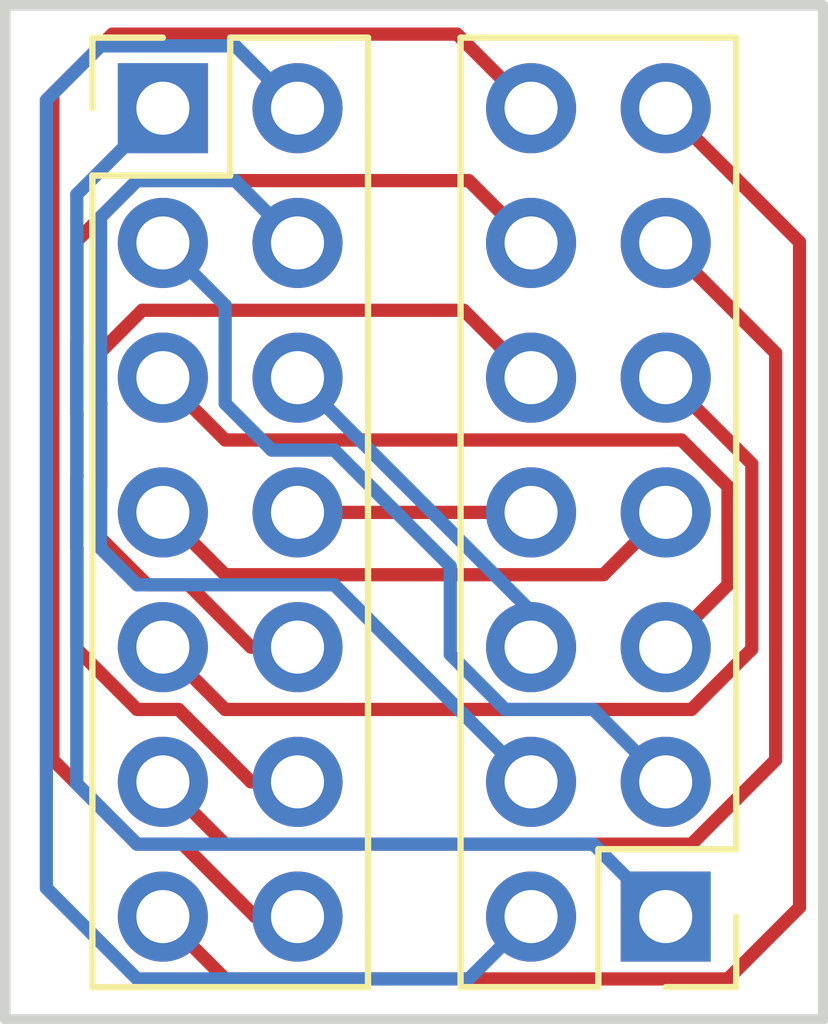
<source format=kicad_pcb>
(kicad_pcb (version 20221018) (generator pcbnew)
  (layers (0 "F.Cu" signal) (31 "B.Cu" signal) (34 "B.Paste" user) (35 "F.Paste" user) (36 "B.SilkS" user "B.Silkscreen") (37 "F.SilkS" user "F.Silkscreen") (38 "B.Mask" user) (39 "F.Mask" user) (44 "Edge.Cuts" user))
  (net 0 "")
  (net 1 "/N1")
  (net 2 "/N2")
  (net 3 "/N3")
  (net 4 "/N4")
  (net 5 "/N5")
  (net 6 "/N6")
  (net 7 "/N7")
  (net 8 "/N8")
  (net 9 "/N9")
  (net 10 "/N10")
  (net 11 "/N11")
  (net 12 "/N12")
  (net 13 "/N13")
  (net 14 "/N14")
  (footprint "Connector_PinHeader_2.54mm:PinHeader_2x07_P2.54mm_Vertical" (layer "F.Cu") (at 143.041 91.44)
    (fp_text reference "J1" hide)
    (fp_text value "Conn_02x07_Odd_Even" hide)
    (fp_line (start -1.33 -1.33) (end 0 -1.33) (stroke (width 0.12)) (layer "F.SilkS"))
    (fp_line (start -1.33 0) (end -1.33 -1.33) (stroke (width 0.12)) (layer "F.SilkS"))
    (fp_line (start -1.33 1.27) (end -1.33 16.57) (stroke (width 0.12)) (layer "F.SilkS"))
    (fp_line (start -1.33 1.27) (end 1.27 1.27) (stroke (width 0.12)) (layer "F.SilkS"))
    (fp_line (start -1.33 16.57) (end 3.87 16.57) (stroke (width 0.12)) (layer "F.SilkS"))
    (fp_line (start 1.27 -1.33) (end 3.87 -1.33) (stroke (width 0.12)) (layer "F.SilkS"))
    (fp_line (start 1.27 1.27) (end 1.27 -1.33) (stroke (width 0.12)) (layer "F.SilkS"))
    (fp_line (start 3.87 -1.33) (end 3.87 16.57) (stroke (width 0.12)) (layer "F.SilkS"))
    (pad "1" thru_hole rect (at 0 0) (size 1.7 1.7) (drill 1) (layers "*.Cu" "*.Mask") (net 1 "/N1"))
    (pad "2" thru_hole oval (at 2.54 0) (size 1.7 1.7) (drill 1) (layers "*.Cu" "*.Mask") (net 2 "/N2"))
    (pad "3" thru_hole oval (at 0 2.54) (size 1.7 1.7) (drill 1) (layers "*.Cu" "*.Mask") (net 3 "/N3"))
    (pad "4" thru_hole oval (at 2.54 2.54) (size 1.7 1.7) (drill 1) (layers "*.Cu" "*.Mask") (net 4 "/N4"))
    (pad "5" thru_hole oval (at 0 5.08) (size 1.7 1.7) (drill 1) (layers "*.Cu" "*.Mask") (net 5 "/N5"))
    (pad "6" thru_hole oval (at 2.54 5.08) (size 1.7 1.7) (drill 1) (layers "*.Cu" "*.Mask") (net 6 "/N6"))
    (pad "7" thru_hole oval (at 0 7.62) (size 1.7 1.7) (drill 1) (layers "*.Cu" "*.Mask") (net 7 "/N7"))
    (pad "8" thru_hole oval (at 2.54 7.62) (size 1.7 1.7) (drill 1) (layers "*.Cu" "*.Mask") (net 8 "/N8"))
    (pad "9" thru_hole oval (at 0 10.16) (size 1.7 1.7) (drill 1) (layers "*.Cu" "*.Mask") (net 9 "/N9"))
    (pad "10" thru_hole oval (at 2.54 10.16) (size 1.7 1.7) (drill 1) (layers "*.Cu" "*.Mask") (net 10 "/N10"))
    (pad "11" thru_hole oval (at 0 12.7) (size 1.7 1.7) (drill 1) (layers "*.Cu" "*.Mask") (net 11 "/N11"))
    (pad "12" thru_hole oval (at 2.54 12.7) (size 1.7 1.7) (drill 1) (layers "*.Cu" "*.Mask") (net 12 "/N12"))
    (pad "13" thru_hole oval (at 0 15.24) (size 1.7 1.7) (drill 1) (layers "*.Cu" "*.Mask") (net 13 "/N13"))
    (pad "14" thru_hole oval (at 2.54 15.24) (size 1.7 1.7) (drill 1) (layers "*.Cu" "*.Mask") (net 14 "/N14"))
  )
  (footprint "Connector_PinHeader_2.54mm:PinHeader_2x07_P2.54mm_Vertical" (layer "F.Cu") (at 152.527 106.68 180)
    (fp_text reference "J2" hide)
    (fp_text value "Conn_02x07_Odd_Even" hide)
    (fp_line (start -1.33 -1.33) (end 0 -1.33) (stroke (width 0.12)) (layer "F.SilkS"))
    (fp_line (start -1.33 0) (end -1.33 -1.33) (stroke (width 0.12)) (layer "F.SilkS"))
    (fp_line (start -1.33 1.27) (end -1.33 16.57) (stroke (width 0.12)) (layer "F.SilkS"))
    (fp_line (start -1.33 1.27) (end 1.27 1.27) (stroke (width 0.12)) (layer "F.SilkS"))
    (fp_line (start -1.33 16.57) (end 3.87 16.57) (stroke (width 0.12)) (layer "F.SilkS"))
    (fp_line (start 1.27 -1.33) (end 3.87 -1.33) (stroke (width 0.12)) (layer "F.SilkS"))
    (fp_line (start 1.27 1.27) (end 1.27 -1.33) (stroke (width 0.12)) (layer "F.SilkS"))
    (fp_line (start 3.87 -1.33) (end 3.87 16.57) (stroke (width 0.12)) (layer "F.SilkS"))
    (pad "1" thru_hole rect (at 0 0 180) (size 1.7 1.7) (drill 1) (layers "*.Cu" "*.Mask") (net 1 "/N1"))
    (pad "2" thru_hole oval (at 2.54 0 180) (size 1.7 1.7) (drill 1) (layers "*.Cu" "*.Mask") (net 2 "/N2"))
    (pad "3" thru_hole oval (at 0 2.54 180) (size 1.7 1.7) (drill 1) (layers "*.Cu" "*.Mask") (net 3 "/N3"))
    (pad "4" thru_hole oval (at 2.54 2.54 180) (size 1.7 1.7) (drill 1) (layers "*.Cu" "*.Mask") (net 4 "/N4"))
    (pad "5" thru_hole oval (at 0 5.08 180) (size 1.7 1.7) (drill 1) (layers "*.Cu" "*.Mask") (net 5 "/N5"))
    (pad "6" thru_hole oval (at 2.54 5.08 180) (size 1.7 1.7) (drill 1) (layers "*.Cu" "*.Mask") (net 6 "/N6"))
    (pad "7" thru_hole oval (at 0 7.62 180) (size 1.7 1.7) (drill 1) (layers "*.Cu" "*.Mask") (net 7 "/N7"))
    (pad "8" thru_hole oval (at 2.54 7.62 180) (size 1.7 1.7) (drill 1) (layers "*.Cu" "*.Mask") (net 8 "/N8"))
    (pad "9" thru_hole oval (at 0 10.16 180) (size 1.7 1.7) (drill 1) (layers "*.Cu" "*.Mask") (net 9 "/N9"))
    (pad "10" thru_hole oval (at 2.54 10.16 180) (size 1.7 1.7) (drill 1) (layers "*.Cu" "*.Mask") (net 10 "/N10"))
    (pad "11" thru_hole oval (at 0 12.7 180) (size 1.7 1.7) (drill 1) (layers "*.Cu" "*.Mask") (net 11 "/N11"))
    (pad "12" thru_hole oval (at 2.54 12.7 180) (size 1.7 1.7) (drill 1) (layers "*.Cu" "*.Mask") (net 12 "/N12"))
    (pad "13" thru_hole oval (at 0 15.24 180) (size 1.7 1.7) (drill 1) (layers "*.Cu" "*.Mask") (net 13 "/N13"))
    (pad "14" thru_hole oval (at 2.54 15.24 180) (size 1.7 1.7) (drill 1) (layers "*.Cu" "*.Mask") (net 14 "/N14"))
  )
  (gr_rect (start 140.068 89.5) (end 155.5 108.62) (stroke (width 0.2)) (fill none) (layer "Edge.Cuts"))
  (segment (start 142.554299 105.315) (end 151.162 105.315) (width 0.25) (layer "B.Cu") (net 1))
  (segment (start 143.041 91.44) (end 141.416499 93.064501) (width 0.25) (layer "B.Cu") (net 1))
  (segment (start 151.162 105.315) (end 152.527 106.68) (width 0.25) (layer "B.Cu") (net 1))
  (segment (start 141.416499 93.064501) (end 141.416499 104.1772) (width 0.25) (layer "B.Cu") (net 1))
  (segment (start 141.416499 104.1772) (end 142.554299 105.315) (width 0.25) (layer "B.Cu") (net 1))
  (segment (start 149.987 106.68) (end 148.812 107.855) (width 0.25) (layer "B.Cu") (net 2))
  (segment (start 148.812 107.855) (end 142.554299 107.855) (width 0.25) (layer "B.Cu") (net 2))
  (segment (start 140.843 91.288) (end 141.866 90.265) (width 0.25) (layer "B.Cu") (net 2))
  (segment (start 144.406 90.265) (end 145.581 91.44) (width 0.25) (layer "B.Cu") (net 2))
  (segment (start 142.554299 107.855) (end 140.843 106.143701) (width 0.25) (layer "B.Cu") (net 2))
  (segment (start 140.843 106.143701) (end 140.843 91.288) (width 0.25) (layer "B.Cu") (net 2))
  (segment (start 141.866 90.265) (end 144.406 90.265) (width 0.25) (layer "B.Cu") (net 2))
  (segment (start 148.463 100.076) (end 148.463 101.737701) (width 0.25) (layer "B.Cu") (net 3))
  (segment (start 151.162 102.775) (end 152.527 104.14) (width 0.25) (layer "B.Cu") (net 3))
  (segment (start 143.041 93.98) (end 144.216 95.155) (width 0.25) (layer "B.Cu") (net 3))
  (segment (start 145.094299 97.885) (end 146.272 97.885) (width 0.25) (layer "B.Cu") (net 3))
  (segment (start 144.216 95.155) (end 144.216 97.006701) (width 0.25) (layer "B.Cu") (net 3))
  (segment (start 149.500299 102.775) (end 151.162 102.775) (width 0.25) (layer "B.Cu") (net 3))
  (segment (start 148.463 101.737701) (end 149.500299 102.775) (width 0.25) (layer "B.Cu") (net 3))
  (segment (start 144.216 97.006701) (end 145.094299 97.885) (width 0.25) (layer "B.Cu") (net 3))
  (segment (start 146.272 97.885) (end 148.463 100.076) (width 0.25) (layer "B.Cu") (net 3))
  (segment (start 145.581 93.98) (end 144.406 92.805) (width 0.25) (layer "B.Cu") (net 4))
  (segment (start 142.554299 100.425) (end 146.272 100.425) (width 0.25) (layer "B.Cu") (net 4))
  (segment (start 144.406 92.805) (end 142.554299 92.805) (width 0.25) (layer "B.Cu") (net 4))
  (segment (start 141.866 99.736701) (end 142.554299 100.425) (width 0.25) (layer "B.Cu") (net 4))
  (segment (start 142.554299 92.805) (end 141.866 93.493299) (width 0.25) (layer "B.Cu") (net 4))
  (segment (start 141.866 93.493299) (end 141.866 99.736701) (width 0.25) (layer "B.Cu") (net 4))
  (segment (start 146.272 100.425) (end 149.987 104.14) (width 0.25) (layer "B.Cu") (net 4))
  (segment (start 143.041 96.52) (end 144.216 97.695) (width 0.25) (layer "F.Cu") (net 5))
  (segment (start 144.216 97.695) (end 152.823701 97.695) (width 0.25) (layer "F.Cu") (net 5))
  (segment (start 153.702 98.573299) (end 153.702 100.425) (width 0.25) (layer "F.Cu") (net 5))
  (segment (start 153.702 100.425) (end 152.527 101.6) (width 0.25) (layer "F.Cu") (net 5))
  (segment (start 152.823701 97.695) (end 153.702 98.573299) (width 0.25) (layer "F.Cu") (net 5))
  (segment (start 145.581 96.52) (end 149.987 100.926) (width 0.25) (layer "B.Cu") (net 6))
  (segment (start 149.987 100.926) (end 149.987 101.6) (width 0.25) (layer "B.Cu") (net 6))
  (segment (start 143.041 99.06) (end 144.216 100.235) (width 0.25) (layer "F.Cu") (net 7))
  (segment (start 144.216 100.235) (end 151.352 100.235) (width 0.25) (layer "F.Cu") (net 7))
  (segment (start 151.352 100.235) (end 152.527 99.06) (width 0.25) (layer "F.Cu") (net 7))
  (segment (start 145.581 99.06) (end 149.987 99.06) (width 0.25) (layer "F.Cu") (net 8))
  (segment (start 154.152 101.636701) (end 154.152 98.145) (width 0.25) (layer "F.Cu") (net 9))
  (segment (start 144.216 102.775) (end 153.013701 102.775) (width 0.25) (layer "F.Cu") (net 9))
  (segment (start 143.041 101.6) (end 144.216 102.775) (width 0.25) (layer "F.Cu") (net 9))
  (segment (start 154.152 98.145) (end 152.527 96.52) (width 0.25) (layer "F.Cu") (net 9))
  (segment (start 153.013701 102.775) (end 154.152 101.636701) (width 0.25) (layer "F.Cu") (net 9))
  (segment (start 141.866 96.033299) (end 142.649299 95.25) (width 0.25) (layer "F.Cu") (net 10))
  (segment (start 141.866 99.546701) (end 141.866 98.573299) (width 0.25) (layer "F.Cu") (net 10))
  (segment (start 141.866 98.573299) (end 141.869002 98.570297) (width 0.25) (layer "F.Cu") (net 10))
  (segment (start 144.702701 101.6) (end 143.527701 100.425) (width 0.25) (layer "F.Cu") (net 10))
  (segment (start 141.869002 98.570297) (end 141.869002 97.009703) (width 0.25) (layer "F.Cu") (net 10))
  (segment (start 143.527701 100.425) (end 142.744299 100.425) (width 0.25) (layer "F.Cu") (net 10))
  (segment (start 145.581 101.6) (end 144.702701 101.6) (width 0.25) (layer "F.Cu") (net 10))
  (segment (start 142.744299 100.425) (end 141.866 99.546701) (width 0.25) (layer "F.Cu") (net 10))
  (segment (start 142.649299 95.25) (end 148.717 95.25) (width 0.25) (layer "F.Cu") (net 10))
  (segment (start 141.866 97.006701) (end 141.866 96.033299) (width 0.25) (layer "F.Cu") (net 10))
  (segment (start 148.717 95.25) (end 149.987 96.52) (width 0.25) (layer "F.Cu") (net 10))
  (segment (start 141.869002 97.009703) (end 141.866 97.006701) (width 0.25) (layer "F.Cu") (net 10))
  (segment (start 144.216 105.315) (end 153.013701 105.315) (width 0.25) (layer "F.Cu") (net 11))
  (segment (start 153.013701 105.315) (end 154.602 103.726701) (width 0.25) (layer "F.Cu") (net 11))
  (segment (start 143.041 104.14) (end 144.216 105.315) (width 0.25) (layer "F.Cu") (net 11))
  (segment (start 154.602 96.055) (end 152.527 93.98) (width 0.25) (layer "F.Cu") (net 11))
  (segment (start 154.602 103.726701) (end 154.602 96.055) (width 0.25) (layer "F.Cu") (net 11))
  (segment (start 141.416499 95.84711) (end 141.419501 95.844108) (width 0.25) (layer "F.Cu") (net 12))
  (segment (start 141.419501 93.939798) (end 142.554299 92.805) (width 0.25) (layer "F.Cu") (net 12))
  (segment (start 141.419501 98.384108) (end 141.419501 97.195892) (width 0.25) (layer "F.Cu") (net 12))
  (segment (start 141.419501 95.844108) (end 141.419501 93.939798) (width 0.25) (layer "F.Cu") (net 12))
  (segment (start 141.419501 97.195892) (end 141.416499 97.19289) (width 0.25) (layer "F.Cu") (net 12))
  (segment (start 142.554299 92.805) (end 148.812 92.805) (width 0.25) (layer "F.Cu") (net 12))
  (segment (start 148.812 92.805) (end 149.987 93.98) (width 0.25) (layer "F.Cu") (net 12))
  (segment (start 145.581 104.14) (end 144.702701 104.14) (width 0.25) (layer "F.Cu") (net 12))
  (segment (start 141.419501 99.735892) (end 141.416499 99.73289) (width 0.25) (layer "F.Cu") (net 12))
  (segment (start 141.416499 98.38711) (end 141.419501 98.384108) (width 0.25) (layer "F.Cu") (net 12))
  (segment (start 141.416499 97.19289) (end 141.416499 95.84711) (width 0.25) (layer "F.Cu") (net 12))
  (segment (start 144.702701 104.14) (end 143.337701 102.775) (width 0.25) (layer "F.Cu") (net 12))
  (segment (start 142.554299 102.775) (end 141.419501 101.640202) (width 0.25) (layer "F.Cu") (net 12))
  (segment (start 141.419501 101.640202) (end 141.419501 99.735892) (width 0.25) (layer "F.Cu") (net 12))
  (segment (start 143.337701 102.775) (end 142.554299 102.775) (width 0.25) (layer "F.Cu") (net 12))
  (segment (start 141.416499 99.73289) (end 141.416499 98.38711) (width 0.25) (layer "F.Cu") (net 12))
  (segment (start 143.041 106.68) (end 144.216 107.855) (width 0.25) (layer "F.Cu") (net 13))
  (segment (start 155.052 106.505) (end 155.052 93.965) (width 0.25) (layer "F.Cu") (net 13))
  (segment (start 155.052 93.965) (end 152.527 91.44) (width 0.25) (layer "F.Cu") (net 13))
  (segment (start 153.702 107.855) (end 155.052 106.505) (width 0.25) (layer "F.Cu") (net 13))
  (segment (start 144.216 107.855) (end 153.702 107.855) (width 0.25) (layer "F.Cu") (net 13))
  (segment (start 148.59 90.043) (end 149.987 91.44) (width 0.25) (layer "F.Cu") (net 14))
  (segment (start 142.088 90.043) (end 148.59 90.043) (width 0.25) (layer "F.Cu") (net 14))
  (segment (start 142.554299 105.315) (end 140.966998 103.727699) (width 0.25) (layer "F.Cu") (net 14))
  (segment (start 140.966998 103.727699) (end 140.966998 91.164002) (width 0.25) (layer "F.Cu") (net 14))
  (segment (start 145.581 106.68) (end 144.78 106.68) (width 0.25) (layer "F.Cu") (net 14))
  (segment (start 144.78 106.68) (end 143.415 105.315) (width 0.25) (layer "F.Cu") (net 14))
  (segment (start 140.966998 91.164002) (end 142.088 90.043) (width 0.25) (layer "F.Cu") (net 14))
  (segment (start 143.415 105.315) (end 142.554299 105.315) (width 0.25) (layer "F.Cu") (net 14))
)
</source>
